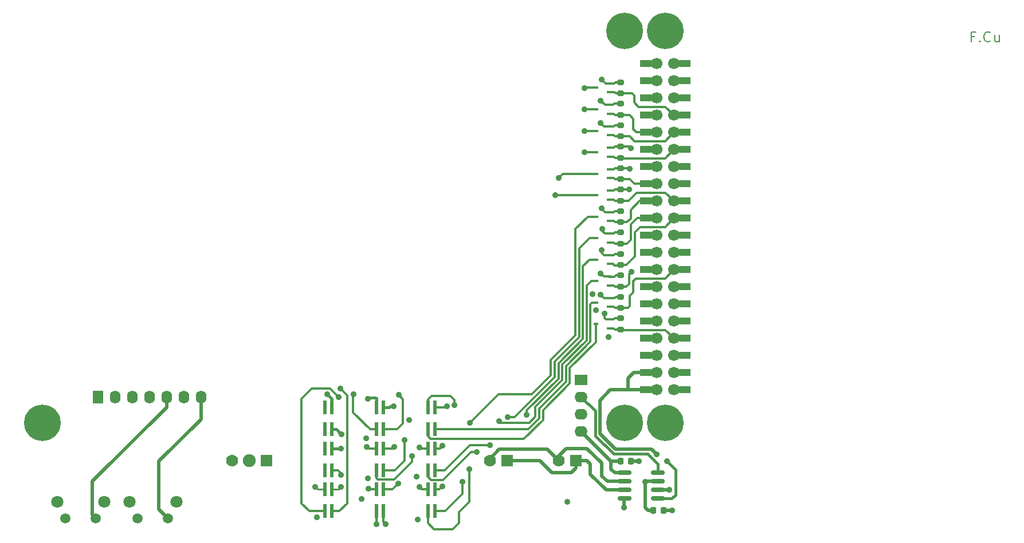
<source format=gbr>
%TF.GenerationSoftware,KiCad,Pcbnew,7.0.9-7.0.9~ubuntu22.04.1*%
%TF.CreationDate,2023-12-22T21:08:23-08:00*%
%TF.ProjectId,NX-IndicatorBoard,4e582d49-6e64-4696-9361-746f72426f61,1*%
%TF.SameCoordinates,Original*%
%TF.FileFunction,Copper,L1,Top*%
%TF.FilePolarity,Positive*%
%FSLAX46Y46*%
G04 Gerber Fmt 4.6, Leading zero omitted, Abs format (unit mm)*
G04 Created by KiCad (PCBNEW 7.0.9-7.0.9~ubuntu22.04.1) date 2023-12-22 21:08:23*
%MOMM*%
%LPD*%
G01*
G04 APERTURE LIST*
G04 Aperture macros list*
%AMRoundRect*
0 Rectangle with rounded corners*
0 $1 Rounding radius*
0 $2 $3 $4 $5 $6 $7 $8 $9 X,Y pos of 4 corners*
0 Add a 4 corners polygon primitive as box body*
4,1,4,$2,$3,$4,$5,$6,$7,$8,$9,$2,$3,0*
0 Add four circle primitives for the rounded corners*
1,1,$1+$1,$2,$3*
1,1,$1+$1,$4,$5*
1,1,$1+$1,$6,$7*
1,1,$1+$1,$8,$9*
0 Add four rect primitives between the rounded corners*
20,1,$1+$1,$2,$3,$4,$5,0*
20,1,$1+$1,$4,$5,$6,$7,0*
20,1,$1+$1,$6,$7,$8,$9,0*
20,1,$1+$1,$8,$9,$2,$3,0*%
G04 Aperture macros list end*
%ADD10C,0.187500*%
%TA.AperFunction,NonConductor*%
%ADD11C,0.187500*%
%TD*%
%TA.AperFunction,SMDPad,CuDef*%
%ADD12RoundRect,0.150000X0.825000X0.150000X-0.825000X0.150000X-0.825000X-0.150000X0.825000X-0.150000X0*%
%TD*%
%TA.AperFunction,SMDPad,CuDef*%
%ADD13RoundRect,0.200000X-0.275000X0.200000X-0.275000X-0.200000X0.275000X-0.200000X0.275000X0.200000X0*%
%TD*%
%TA.AperFunction,SMDPad,CuDef*%
%ADD14R,0.700000X0.450000*%
%TD*%
%TA.AperFunction,SMDPad,CuDef*%
%ADD15RoundRect,0.225000X-0.225000X-0.250000X0.225000X-0.250000X0.225000X0.250000X-0.225000X0.250000X0*%
%TD*%
%TA.AperFunction,ComponentPad*%
%ADD16R,1.778000X1.778000*%
%TD*%
%TA.AperFunction,ComponentPad*%
%ADD17C,1.905000*%
%TD*%
%TA.AperFunction,ComponentPad*%
%ADD18C,1.778000*%
%TD*%
%TA.AperFunction,ComponentPad*%
%ADD19C,1.700000*%
%TD*%
%TA.AperFunction,SMDPad,CuDef*%
%ADD20R,1.780000X1.020000*%
%TD*%
%TA.AperFunction,SMDPad,CuDef*%
%ADD21R,0.550000X2.000000*%
%TD*%
%TA.AperFunction,ComponentPad*%
%ADD22C,1.498600*%
%TD*%
%TA.AperFunction,ComponentPad*%
%ADD23C,1.803400*%
%TD*%
%TA.AperFunction,ComponentPad*%
%ADD24C,5.400000*%
%TD*%
%TA.AperFunction,ComponentPad*%
%ADD25R,1.600200X1.905000*%
%TD*%
%TA.AperFunction,ComponentPad*%
%ADD26O,1.600200X1.905000*%
%TD*%
%TA.AperFunction,ComponentPad*%
%ADD27R,1.905000X1.600200*%
%TD*%
%TA.AperFunction,ComponentPad*%
%ADD28O,1.905000X1.600200*%
%TD*%
%TA.AperFunction,ViaPad*%
%ADD29C,0.889000*%
%TD*%
%TA.AperFunction,Conductor*%
%ADD30C,0.381000*%
%TD*%
%TA.AperFunction,Conductor*%
%ADD31C,0.304800*%
%TD*%
%TA.AperFunction,Conductor*%
%ADD32C,0.508000*%
%TD*%
%TA.AperFunction,Conductor*%
%ADD33C,0.254000*%
%TD*%
G04 APERTURE END LIST*
D10*
D11*
X203672497Y-51852964D02*
X203172497Y-51852964D01*
X203172497Y-52638678D02*
X203172497Y-51138678D01*
X203172497Y-51138678D02*
X203886783Y-51138678D01*
X204458211Y-52495821D02*
X204529640Y-52567250D01*
X204529640Y-52567250D02*
X204458211Y-52638678D01*
X204458211Y-52638678D02*
X204386783Y-52567250D01*
X204386783Y-52567250D02*
X204458211Y-52495821D01*
X204458211Y-52495821D02*
X204458211Y-52638678D01*
X206029640Y-52495821D02*
X205958212Y-52567250D01*
X205958212Y-52567250D02*
X205743926Y-52638678D01*
X205743926Y-52638678D02*
X205601069Y-52638678D01*
X205601069Y-52638678D02*
X205386783Y-52567250D01*
X205386783Y-52567250D02*
X205243926Y-52424392D01*
X205243926Y-52424392D02*
X205172497Y-52281535D01*
X205172497Y-52281535D02*
X205101069Y-51995821D01*
X205101069Y-51995821D02*
X205101069Y-51781535D01*
X205101069Y-51781535D02*
X205172497Y-51495821D01*
X205172497Y-51495821D02*
X205243926Y-51352964D01*
X205243926Y-51352964D02*
X205386783Y-51210107D01*
X205386783Y-51210107D02*
X205601069Y-51138678D01*
X205601069Y-51138678D02*
X205743926Y-51138678D01*
X205743926Y-51138678D02*
X205958212Y-51210107D01*
X205958212Y-51210107D02*
X206029640Y-51281535D01*
X207315355Y-51638678D02*
X207315355Y-52638678D01*
X206672497Y-51638678D02*
X206672497Y-52424392D01*
X206672497Y-52424392D02*
X206743926Y-52567250D01*
X206743926Y-52567250D02*
X206886783Y-52638678D01*
X206886783Y-52638678D02*
X207101069Y-52638678D01*
X207101069Y-52638678D02*
X207243926Y-52567250D01*
X207243926Y-52567250D02*
X207315355Y-52495821D01*
D12*
%TO.P,U1,1,TXD*%
%TO.N,/NX CAN/CAN_TX*%
X156907000Y-120205000D03*
%TO.P,U1,2,V_{SS}*%
%TO.N,GND*%
X156907000Y-118935000D03*
%TO.P,U1,3,V_{DD}*%
%TO.N,/5V*%
X156907000Y-117665000D03*
%TO.P,U1,4,RXD*%
%TO.N,/NX CAN/CAN_RX*%
X156907000Y-116395000D03*
%TO.P,U1,5,V_{IO}*%
%TO.N,/NX CAN/+3V3*%
X151957000Y-116395000D03*
%TO.P,U1,6,CANL*%
%TO.N,/CAN-NX_L-*%
X151957000Y-117665000D03*
%TO.P,U1,7,CANH*%
%TO.N,/CAN-NX_H+*%
X151957000Y-118935000D03*
%TO.P,U1,8,STBY*%
%TO.N,GND*%
X151957000Y-120205000D03*
%TD*%
D13*
%TO.P,R10,1*%
%TO.N,GND*%
X151384000Y-87193000D03*
%TO.P,R10,2*%
%TO.N,/SPI0_MOSI*%
X151384000Y-88843000D03*
%TD*%
D14*
%TO.P,Q1,1,G*%
%TO.N,/GPIO13*%
X149733000Y-60071000D03*
%TO.P,Q1,2,S*%
%TO.N,GND*%
X149733000Y-58771000D03*
%TO.P,Q1,3,D*%
%TO.N,Net-(D8B-Green-K)*%
X147733000Y-59421000D03*
%TD*%
D13*
%TO.P,R7,1*%
%TO.N,GND*%
X151384000Y-77661000D03*
%TO.P,R7,2*%
%TO.N,/SPI1_CS0*%
X151384000Y-79311000D03*
%TD*%
D14*
%TO.P,Q7,1,G*%
%TO.N,/SPI1_CS0*%
X149717000Y-79136000D03*
%TO.P,Q7,2,S*%
%TO.N,GND*%
X149717000Y-77836000D03*
%TO.P,Q7,3,D*%
%TO.N,Net-(D9B-Green-K)*%
X147717000Y-78486000D03*
%TD*%
D15*
%TO.P,C1,1*%
%TO.N,/NX CAN/+3V3*%
X151371000Y-114681000D03*
%TO.P,C1,2*%
%TO.N,GND*%
X152921000Y-114681000D03*
%TD*%
D14*
%TO.P,Q5,1,G*%
%TO.N,/SPI0_CS1*%
X149717000Y-72786000D03*
%TO.P,Q5,2,S*%
%TO.N,GND*%
X149717000Y-71486000D03*
%TO.P,Q5,3,D*%
%TO.N,Net-(D2B-Green-K)*%
X147717000Y-72136000D03*
%TD*%
D16*
%TO.P,J4,1,Pin_1*%
%TO.N,/SYS_RST_RCV_RTN*%
X99060000Y-114554000D03*
D17*
%TO.P,J4,2,Pin_2*%
%TO.N,/UART2_RXD*%
X96520000Y-114554000D03*
D18*
%TO.P,J4,3,Pin_3*%
%TO.N,/UART2_TXD*%
X93980000Y-114554000D03*
%TD*%
D13*
%TO.P,R3,1*%
%TO.N,GND*%
X151384000Y-64961000D03*
%TO.P,R3,2*%
%TO.N,/GPIO11*%
X151384000Y-66611000D03*
%TD*%
D19*
%TO.P,J2,1,Pin_1*%
%TO.N,+3V3*%
X159270000Y-104130000D03*
D20*
X160910000Y-104130000D03*
%TO.P,J2,2,Pin_2*%
%TO.N,/5V*%
X155090000Y-104130000D03*
D19*
X156730000Y-104130000D03*
%TO.P,J2,3,Pin_3*%
%TO.N,/I2C1_SDA*%
X159270000Y-101590000D03*
D20*
X160910000Y-101590000D03*
%TO.P,J2,4,Pin_4*%
%TO.N,/5V*%
X155090000Y-101590000D03*
D19*
X156730000Y-101590000D03*
%TO.P,J2,5,Pin_5*%
%TO.N,/I2C1_SCL*%
X159270000Y-99050000D03*
D20*
X160910000Y-99050000D03*
%TO.P,J2,6,Pin_6*%
%TO.N,GND*%
X155090000Y-99050000D03*
D19*
X156730000Y-99050000D03*
%TO.P,J2,7,Pin_7*%
%TO.N,/GPIO09*%
X159270000Y-96510000D03*
D20*
X160910000Y-96510000D03*
%TO.P,J2,8,Pin_8*%
%TO.N,/UART1_TXD*%
X155090000Y-96510000D03*
D19*
X156730000Y-96510000D03*
%TO.P,J2,9,Pin_9*%
%TO.N,GND*%
X159270000Y-93970000D03*
D20*
X160910000Y-93970000D03*
%TO.P,J2,10,Pin_10*%
%TO.N,/UART1_RXD*%
X155090000Y-93970000D03*
D19*
X156730000Y-93970000D03*
%TO.P,J2,11,Pin_11*%
%TO.N,/UART1_RTS*%
X159270000Y-91430000D03*
D20*
X160910000Y-91430000D03*
%TO.P,J2,12,Pin_12*%
%TO.N,/I2S0_SCLK*%
X155090000Y-91430000D03*
D19*
X156730000Y-91430000D03*
%TO.P,J2,13,Pin_13*%
%TO.N,/SPI1_SCK*%
X159270000Y-88890000D03*
D20*
X160910000Y-88890000D03*
%TO.P,J2,14,Pin_14*%
%TO.N,GND*%
X155090000Y-88890000D03*
D19*
X156730000Y-88890000D03*
%TO.P,J2,15,Pin_15*%
%TO.N,/GPIO12*%
X159270000Y-86350000D03*
D20*
X160910000Y-86350000D03*
%TO.P,J2,16,Pin_16*%
%TO.N,/SPI3_CS1*%
X155090000Y-86350000D03*
D19*
X156730000Y-86350000D03*
%TO.P,J2,17,Pin_17*%
%TO.N,+3V3*%
X159270000Y-83810000D03*
D20*
X160910000Y-83810000D03*
%TO.P,J2,18,Pin_18*%
%TO.N,/SPI3_CS0*%
X155090000Y-83810000D03*
D19*
X156730000Y-83810000D03*
%TO.P,J2,19,Pin_19*%
%TO.N,/SPI0_MOSI*%
X159270000Y-81270000D03*
D20*
X160910000Y-81270000D03*
%TO.P,J2,20,Pin_20*%
%TO.N,GND*%
X155090000Y-81270000D03*
D19*
X156730000Y-81270000D03*
%TO.P,J2,21,Pin_21*%
%TO.N,/SPI0_MISO*%
X159270000Y-78730000D03*
D20*
X160910000Y-78730000D03*
%TO.P,J2,22,Pin_22*%
%TO.N,/SPI1_MISO*%
X155090000Y-78730000D03*
D19*
X156730000Y-78730000D03*
%TO.P,J2,23,Pin_23*%
%TO.N,/SPI0_SCK*%
X159270000Y-76190000D03*
D20*
X160910000Y-76190000D03*
%TO.P,J2,24,Pin_24*%
%TO.N,/SPI1_CS0*%
X155090000Y-76190000D03*
D19*
X156730000Y-76190000D03*
%TO.P,J2,25,Pin_25*%
%TO.N,GND*%
X159270000Y-73650000D03*
D20*
X160910000Y-73650000D03*
%TO.P,J2,26,Pin_26*%
%TO.N,/SPI0_CS1*%
X155090000Y-73650000D03*
D19*
X156730000Y-73650000D03*
%TO.P,J2,27,Pin_27*%
%TO.N,/I2C0_SDA*%
X159270000Y-71110000D03*
D20*
X160910000Y-71110000D03*
%TO.P,J2,28,Pin_28*%
%TO.N,/I2C0_SCL*%
X155090000Y-71110000D03*
D19*
X156730000Y-71110000D03*
%TO.P,J2,29,Pin_29*%
%TO.N,/GPIO01*%
X159270000Y-68570000D03*
D20*
X160910000Y-68570000D03*
%TO.P,J2,30,Pin_30*%
%TO.N,GND*%
X155090000Y-68570000D03*
D19*
X156730000Y-68570000D03*
%TO.P,J2,31,Pin_31*%
%TO.N,/GPIO11*%
X159270000Y-66030000D03*
D20*
X160910000Y-66030000D03*
%TO.P,J2,32,Pin_32*%
%TO.N,/GPIO07*%
X155090000Y-66030000D03*
D19*
X156730000Y-66030000D03*
%TO.P,J2,33,Pin_33*%
%TO.N,/GPIO13*%
X159270000Y-63490000D03*
D20*
X160910000Y-63490000D03*
%TO.P,J2,34,Pin_34*%
%TO.N,GND*%
X155090000Y-63490000D03*
D19*
X156730000Y-63490000D03*
%TO.P,J2,35,Pin_35*%
%TO.N,/I2S0_FS*%
X159270000Y-60950000D03*
D20*
X160910000Y-60950000D03*
%TO.P,J2,36,Pin_36*%
%TO.N,/UART1_CTS*%
X155090000Y-60950000D03*
D19*
X156730000Y-60950000D03*
%TO.P,J2,37,Pin_37*%
%TO.N,/SPI1_MOSI*%
X159270000Y-58410000D03*
D20*
X160910000Y-58410000D03*
%TO.P,J2,38,Pin_38*%
%TO.N,/I2S0_DIN*%
X155090000Y-58410000D03*
D19*
X156730000Y-58410000D03*
%TO.P,J2,39,Pin_39*%
%TO.N,GND*%
X159270000Y-55870000D03*
D20*
X160910000Y-55870000D03*
%TO.P,J2,40,Pin_40*%
%TO.N,/I2S0_DOUT*%
X155090000Y-55870000D03*
D19*
X156730000Y-55870000D03*
%TD*%
D21*
%TO.P,D1,1,RedA*%
%TO.N,unconnected-(D1A-RedA-Pad1)*%
X107679000Y-106756400D03*
%TO.P,D1,2,Red-K*%
%TO.N,unconnected-(D1A-Red-K-Pad2)*%
X107679000Y-109956400D03*
%TO.P,D1,3,Green-A*%
%TO.N,Net-(D1B-Green-A)*%
X108729000Y-106756400D03*
%TO.P,D1,4,Green-K*%
%TO.N,GND*%
X108729000Y-109956400D03*
%TD*%
D14*
%TO.P,Q11,1,G*%
%TO.N,/GPIO12*%
X149717000Y-91836000D03*
%TO.P,Q11,2,S*%
%TO.N,GND*%
X149717000Y-90536000D03*
%TO.P,Q11,3,D*%
%TO.N,Net-(D3B-Green-K)*%
X147717000Y-91186000D03*
%TD*%
D22*
%TO.P,SW1,1,1*%
%TO.N,/SYS_RST_RCV_RTN*%
X69378000Y-123170450D03*
%TO.P,SW1,2,2*%
%TO.N,/~{SYS_RESET}*%
X73878001Y-123170450D03*
D23*
%TO.P,SW1,3*%
%TO.N,N/C*%
X68128001Y-120670574D03*
%TO.P,SW1,4*%
X75128000Y-120670574D03*
%TD*%
D13*
%TO.P,R1,1*%
%TO.N,GND*%
X151384000Y-58611000D03*
%TO.P,R1,2*%
%TO.N,/GPIO13*%
X151384000Y-60261000D03*
%TD*%
D21*
%TO.P,D7,1,RedA*%
%TO.N,Net-(D7A-RedA)*%
X107679000Y-118846800D03*
%TO.P,D7,2,Red-K*%
%TO.N,Net-(D7A-Red-K)*%
X107679000Y-122046800D03*
%TO.P,D7,3,Green-A*%
%TO.N,Net-(D7B-Green-A)*%
X108729000Y-118846800D03*
%TO.P,D7,4,Green-K*%
%TO.N,Net-(D7B-Green-K)*%
X108729000Y-122046800D03*
%TD*%
D14*
%TO.P,Q3,1,G*%
%TO.N,/GPIO11*%
X149717000Y-66436000D03*
%TO.P,Q3,2,S*%
%TO.N,GND*%
X149717000Y-65136000D03*
%TO.P,Q3,3,D*%
%TO.N,Net-(D8A-Red-K)*%
X147717000Y-65786000D03*
%TD*%
D21*
%TO.P,D5,1,RedA*%
%TO.N,Net-(D5A-RedA)*%
X115299000Y-112801600D03*
%TO.P,D5,2,Red-K*%
%TO.N,Net-(D5A-Red-K)*%
X115299000Y-116001600D03*
%TO.P,D5,3,Green-A*%
%TO.N,Net-(D5B-Green-A)*%
X116349000Y-112801600D03*
%TO.P,D5,4,Green-K*%
%TO.N,Net-(D5B-Green-K)*%
X116349000Y-116001600D03*
%TD*%
D14*
%TO.P,Q2,1,G*%
%TO.N,/GPIO07*%
X149717000Y-63261000D03*
%TO.P,Q2,2,S*%
%TO.N,GND*%
X149717000Y-61961000D03*
%TO.P,Q2,3,D*%
%TO.N,Net-(D5B-Green-K)*%
X147717000Y-62611000D03*
%TD*%
D13*
%TO.P,R12,1*%
%TO.N,GND*%
X151384000Y-93536000D03*
%TO.P,R12,2*%
%TO.N,/GPIO09*%
X151384000Y-95186000D03*
%TD*%
D21*
%TO.P,D3,1,RedA*%
%TO.N,Net-(D3A-RedA)*%
X122919000Y-106756400D03*
%TO.P,D3,2,Red-K*%
%TO.N,Net-(D3A-Red-K)*%
X122919000Y-109956400D03*
%TO.P,D3,3,Green-A*%
%TO.N,Net-(D3B-Green-A)*%
X123969000Y-106756400D03*
%TO.P,D3,4,Green-K*%
%TO.N,Net-(D3B-Green-K)*%
X123969000Y-109956400D03*
%TD*%
D14*
%TO.P,Q4,1,G*%
%TO.N,/GPIO01*%
X149717000Y-69611000D03*
%TO.P,Q4,2,S*%
%TO.N,GND*%
X149717000Y-68311000D03*
%TO.P,Q4,3,D*%
%TO.N,Net-(D5A-Red-K)*%
X147717000Y-68961000D03*
%TD*%
D13*
%TO.P,R2,1*%
%TO.N,GND*%
X151384000Y-61786000D03*
%TO.P,R2,2*%
%TO.N,/GPIO07*%
X151384000Y-63436000D03*
%TD*%
D15*
%TO.P,C2,1*%
%TO.N,/5V*%
X156197000Y-121920000D03*
%TO.P,C2,2*%
%TO.N,GND*%
X157747000Y-121920000D03*
%TD*%
D13*
%TO.P,R5,1*%
%TO.N,GND*%
X151384000Y-71311000D03*
%TO.P,R5,2*%
%TO.N,/SPI0_CS1*%
X151384000Y-72961000D03*
%TD*%
D21*
%TO.P,D4,1,RedA*%
%TO.N,unconnected-(D4A-RedA-Pad1)*%
X107679000Y-112801600D03*
%TO.P,D4,2,Red-K*%
%TO.N,unconnected-(D4A-Red-K-Pad2)*%
X107679000Y-116001600D03*
%TO.P,D4,3,Green-A*%
%TO.N,+3V3*%
X108729000Y-112801600D03*
%TO.P,D4,4,Green-K*%
%TO.N,/NX_PC_LED-*%
X108729000Y-116001600D03*
%TD*%
D14*
%TO.P,Q12,1,G*%
%TO.N,/GPIO09*%
X149717000Y-95011000D03*
%TO.P,Q12,2,S*%
%TO.N,GND*%
X149717000Y-93711000D03*
%TO.P,Q12,3,D*%
%TO.N,Net-(D3A-Red-K)*%
X147717000Y-94361000D03*
%TD*%
D13*
%TO.P,R8,1*%
%TO.N,GND*%
X151384000Y-80836000D03*
%TO.P,R8,2*%
%TO.N,/SPI1_MISO*%
X151384000Y-82486000D03*
%TD*%
D21*
%TO.P,D6,1,RedA*%
%TO.N,Net-(D6A-RedA)*%
X122919000Y-112801600D03*
%TO.P,D6,2,Red-K*%
%TO.N,Net-(D6A-Red-K)*%
X122919000Y-116001600D03*
%TO.P,D6,3,Green-A*%
%TO.N,Net-(D6B-Green-A)*%
X123969000Y-112801600D03*
%TO.P,D6,4,Green-K*%
%TO.N,Net-(D6B-Green-K)*%
X123969000Y-116001600D03*
%TD*%
D14*
%TO.P,Q9,1,G*%
%TO.N,/SPI0_MISO*%
X149717000Y-85486000D03*
%TO.P,Q9,2,S*%
%TO.N,GND*%
X149717000Y-84186000D03*
%TO.P,Q9,3,D*%
%TO.N,Net-(D9A-Red-K)*%
X147717000Y-84836000D03*
%TD*%
D24*
%TO.P,H2,1*%
%TO.N,N/C*%
X158000000Y-51000000D03*
%TD*%
D21*
%TO.P,D8,1,RedA*%
%TO.N,Net-(D8A-RedA)*%
X115299000Y-118846800D03*
%TO.P,D8,2,Red-K*%
%TO.N,Net-(D8A-Red-K)*%
X115299000Y-122046800D03*
%TO.P,D8,3,Green-A*%
%TO.N,Net-(D8B-Green-A)*%
X116349000Y-118846800D03*
%TO.P,D8,4,Green-K*%
%TO.N,Net-(D8B-Green-K)*%
X116349000Y-122046800D03*
%TD*%
%TO.P,D2,1,RedA*%
%TO.N,Net-(D2A-RedA)*%
X115299000Y-106756400D03*
%TO.P,D2,2,Red-K*%
%TO.N,Net-(D2A-Red-K)*%
X115299000Y-109956400D03*
%TO.P,D2,3,Green-A*%
%TO.N,Net-(D2B-Green-A)*%
X116349000Y-106756400D03*
%TO.P,D2,4,Green-K*%
%TO.N,Net-(D2B-Green-K)*%
X116349000Y-109956400D03*
%TD*%
D13*
%TO.P,R9,1*%
%TO.N,GND*%
X151384000Y-84011000D03*
%TO.P,R9,2*%
%TO.N,/SPI0_MISO*%
X151384000Y-85661000D03*
%TD*%
D24*
%TO.P,H1,1*%
%TO.N,N/C*%
X152000000Y-51000000D03*
%TD*%
D14*
%TO.P,Q8,1,G*%
%TO.N,/SPI1_MISO*%
X149717000Y-82311000D03*
%TO.P,Q8,2,S*%
%TO.N,GND*%
X149717000Y-81011000D03*
%TO.P,Q8,3,D*%
%TO.N,Net-(D6A-Red-K)*%
X147717000Y-81661000D03*
%TD*%
D24*
%TO.P,H4,1*%
%TO.N,N/C*%
X152000000Y-109000000D03*
%TD*%
D25*
%TO.P,J3,1,Pin_1*%
%TO.N,/NX_PC_LED-*%
X74152000Y-105156000D03*
D26*
%TO.P,J3,2,Pin_2*%
%TO.N,/UART2_RXD*%
X76692000Y-105156000D03*
%TO.P,J3,3,Pin_3*%
%TO.N,/UART2_TXD*%
X79232000Y-105156000D03*
%TO.P,J3,4,Pin_4*%
%TO.N,/SYS_RST_RCV_RTN*%
X81772000Y-105156000D03*
%TO.P,J3,5,Pin_5*%
%TO.N,/~{SYS_RESET}*%
X84312000Y-105156000D03*
%TO.P,J3,6,Pin_6*%
%TO.N,/SYS_RST_RCV_RTN*%
X86852000Y-105156000D03*
%TO.P,J3,7,Pin_7*%
%TO.N,/~{REC}*%
X89392000Y-105156000D03*
%TD*%
D24*
%TO.P,H3,1*%
%TO.N,N/C*%
X66000000Y-109000000D03*
%TD*%
%TO.P,H5,1*%
%TO.N,N/C*%
X158000000Y-109000000D03*
%TD*%
D13*
%TO.P,R11,1*%
%TO.N,GND*%
X151384000Y-90361000D03*
%TO.P,R11,2*%
%TO.N,/GPIO12*%
X151384000Y-92011000D03*
%TD*%
D16*
%TO.P,J5,1,Pin_1*%
%TO.N,/CAN-NX_H+*%
X134620000Y-114554000D03*
D18*
%TO.P,J5,2,Pin_2*%
%TO.N,/CAN-NX_L-*%
X132080000Y-114554000D03*
%TD*%
D21*
%TO.P,D9,1,RedA*%
%TO.N,Net-(D9A-RedA)*%
X122919000Y-118846800D03*
%TO.P,D9,2,Red-K*%
%TO.N,Net-(D9A-Red-K)*%
X122919000Y-122046800D03*
%TO.P,D9,3,Green-A*%
%TO.N,Net-(D9B-Green-A)*%
X123969000Y-118846800D03*
%TO.P,D9,4,Green-K*%
%TO.N,Net-(D9B-Green-K)*%
X123969000Y-122046800D03*
%TD*%
D13*
%TO.P,R6,1*%
%TO.N,GND*%
X151384000Y-74486000D03*
%TO.P,R6,2*%
%TO.N,/SPI0_SCK*%
X151384000Y-76136000D03*
%TD*%
D27*
%TO.P,J1,1,Pin_1*%
%TO.N,/NX CAN/CAN_TX*%
X145542000Y-102616000D03*
D28*
%TO.P,J1,2,Pin_2*%
%TO.N,/NX CAN/CAN_RX*%
X145542000Y-105156000D03*
%TO.P,J1,3,Pin_3*%
%TO.N,GND*%
X145542000Y-107696000D03*
%TO.P,J1,4,Pin_4*%
%TO.N,/NX CAN/+3V3*%
X145542000Y-110236000D03*
%TD*%
D14*
%TO.P,Q6,1,G*%
%TO.N,/SPI0_SCK*%
X149717000Y-75961000D03*
%TO.P,Q6,2,S*%
%TO.N,GND*%
X149717000Y-74661000D03*
%TO.P,Q6,3,D*%
%TO.N,Net-(D2A-Red-K)*%
X147717000Y-75311000D03*
%TD*%
%TO.P,Q10,1,G*%
%TO.N,/SPI0_MOSI*%
X149717000Y-88661000D03*
%TO.P,Q10,2,S*%
%TO.N,GND*%
X149717000Y-87361000D03*
%TO.P,Q10,3,D*%
%TO.N,Net-(D6B-Green-K)*%
X147717000Y-88011000D03*
%TD*%
D13*
%TO.P,R4,1*%
%TO.N,GND*%
X151384000Y-68136000D03*
%TO.P,R4,2*%
%TO.N,/GPIO01*%
X151384000Y-69786000D03*
%TD*%
D22*
%TO.P,SW2,1,1*%
%TO.N,/SYS_RST_RCV_RTN*%
X80046000Y-123170450D03*
%TO.P,SW2,2,2*%
%TO.N,/~{REC}*%
X84546001Y-123170450D03*
D23*
%TO.P,SW2,3*%
%TO.N,N/C*%
X78796001Y-120670574D03*
%TO.P,SW2,4*%
X85796000Y-120670574D03*
%TD*%
D16*
%TO.P,J6,1,Pin_1*%
%TO.N,/CAN-NX_H+*%
X144780000Y-114554000D03*
D18*
%TO.P,J6,2,Pin_2*%
%TO.N,/CAN-NX_L-*%
X142240000Y-114554000D03*
%TD*%
D29*
%TO.N,+3V3*%
X106553000Y-122936000D03*
X114046000Y-117221000D03*
X121412000Y-123317000D03*
X113792000Y-111252000D03*
X110109000Y-112776000D03*
X121285000Y-116967000D03*
X120142000Y-108585000D03*
X113157000Y-120269000D03*
%TO.N,GND*%
X149606000Y-96266000D03*
X159004000Y-121920000D03*
X110147600Y-110669638D03*
X148590000Y-83439000D03*
X158623000Y-118872000D03*
X149047260Y-92865539D03*
X148463000Y-64643000D03*
X148590000Y-77216000D03*
X148463000Y-61341000D03*
X152781000Y-71374000D03*
X148590000Y-58166000D03*
X148463000Y-90043000D03*
X154115000Y-114681000D03*
X148717000Y-80264000D03*
X151892000Y-121539000D03*
X152654000Y-74422000D03*
X143510000Y-120650000D03*
X152908000Y-68326000D03*
X148463000Y-86868000D03*
%TO.N,/5V*%
X156718000Y-113664500D03*
X155067000Y-117729000D03*
%TO.N,/NX CAN/CAN_TX*%
X158242000Y-114681000D03*
%TO.N,/SPI0_MOSI*%
X153035000Y-86614000D03*
%TO.N,/NX_PC_LED-*%
X110109000Y-116713000D03*
%TO.N,Net-(D1B-Green-A)*%
X108077000Y-104775000D03*
%TO.N,Net-(D2A-RedA)*%
X114046000Y-105410000D03*
%TO.N,Net-(D2A-Red-K)*%
X111942808Y-104787200D03*
X141732000Y-75311000D03*
%TO.N,Net-(D2B-Green-A)*%
X117856000Y-106553000D03*
%TO.N,Net-(D2B-Green-K)*%
X142240000Y-72771000D03*
X118604343Y-104851700D03*
%TO.N,Net-(D3A-RedA)*%
X126856958Y-106365173D03*
%TO.N,Net-(D3B-Green-A)*%
X125730000Y-106553000D03*
%TO.N,Net-(D5A-RedA)*%
X113919000Y-112522000D03*
%TO.N,Net-(D5A-Red-K)*%
X146050000Y-68961000D03*
X120611400Y-113919000D03*
%TO.N,Net-(D5B-Green-K)*%
X146050000Y-62611000D03*
X119507000Y-111506000D03*
%TO.N,Net-(D7A-RedA)*%
X106299000Y-118491000D03*
%TO.N,Net-(D7A-Red-K)*%
X147789400Y-92295572D03*
X109728000Y-105156000D03*
%TO.N,Net-(D5B-Green-A)*%
X117983000Y-112522000D03*
%TO.N,Net-(D6A-RedA)*%
X121666000Y-112649000D03*
%TO.N,Net-(D6A-Red-K)*%
X130175000Y-113284000D03*
X134747000Y-108115600D03*
%TO.N,Net-(D6B-Green-A)*%
X125095000Y-112395000D03*
%TO.N,Net-(D6B-Green-K)*%
X133477000Y-108712000D03*
X132080000Y-112268000D03*
%TO.N,Net-(D7B-Green-A)*%
X110109000Y-118491000D03*
%TO.N,Net-(D7B-Green-K)*%
X147230600Y-89916000D03*
X109982000Y-103886000D03*
%TO.N,Net-(D8A-RedA)*%
X114173000Y-118745000D03*
%TO.N,Net-(D8A-Red-K)*%
X115316000Y-123952000D03*
X146050000Y-65786000D03*
%TO.N,Net-(D8B-Green-A)*%
X118517659Y-118015916D03*
%TO.N,Net-(D8B-Green-K)*%
X116713000Y-123990600D03*
X146050000Y-59436000D03*
%TO.N,Net-(D9A-RedA)*%
X121666000Y-118491000D03*
%TO.N,Net-(D9A-Red-K)*%
X137541000Y-107823000D03*
X129032000Y-115824000D03*
%TO.N,Net-(D9B-Green-A)*%
X125095000Y-118364000D03*
%TO.N,Net-(D9B-Green-K)*%
X128016000Y-117729000D03*
X129159000Y-108961600D03*
%TD*%
D30*
%TO.N,+3V3*%
X110083400Y-112801600D02*
X108729000Y-112801600D01*
X110109000Y-112776000D02*
X110083400Y-112801600D01*
D31*
%TO.N,GND*%
X151384000Y-93536000D02*
X150558000Y-93536000D01*
X150495000Y-87376000D02*
X149732000Y-87376000D01*
X150383000Y-77836000D02*
X149717000Y-77836000D01*
X149083000Y-77836000D02*
X148590000Y-77343000D01*
X151384000Y-84011000D02*
X150558000Y-84011000D01*
X150383000Y-68311000D02*
X149717000Y-68311000D01*
X152590000Y-74486000D02*
X152654000Y-74422000D01*
X148956000Y-65136000D02*
X148463000Y-64643000D01*
X149083000Y-81011000D02*
X148717000Y-80645000D01*
X150558000Y-93536000D02*
X150383000Y-93711000D01*
X151384000Y-71311000D02*
X152718000Y-71311000D01*
X150558000Y-84011000D02*
X150383000Y-84186000D01*
X150558000Y-64961000D02*
X150383000Y-65136000D01*
X150558000Y-77661000D02*
X150383000Y-77836000D01*
D32*
X152921000Y-114681000D02*
X154115000Y-114681000D01*
D31*
X148717000Y-80645000D02*
X148717000Y-80264000D01*
X149733000Y-58771000D02*
X149195000Y-58771000D01*
X150495000Y-90551000D02*
X149732000Y-90551000D01*
X149717000Y-61961000D02*
X149083000Y-61961000D01*
X150685000Y-90361000D02*
X150495000Y-90551000D01*
X148956000Y-87361000D02*
X148463000Y-86868000D01*
X150655000Y-58611000D02*
X150495000Y-58771000D01*
X151384000Y-77661000D02*
X150558000Y-77661000D01*
D30*
X109385364Y-109956400D02*
X108729000Y-109956400D01*
D31*
X150558000Y-71311000D02*
X150383000Y-71486000D01*
X149047260Y-92865539D02*
X149047260Y-93548260D01*
D32*
X158560000Y-118935000D02*
X158623000Y-118872000D01*
X151892000Y-120270000D02*
X151957000Y-120205000D01*
D31*
X150558000Y-74486000D02*
X150383000Y-74661000D01*
X149732000Y-87376000D02*
X149717000Y-87361000D01*
X149210000Y-93711000D02*
X149717000Y-93711000D01*
X150383000Y-71486000D02*
X149717000Y-71486000D01*
X149047260Y-93548260D02*
X149210000Y-93711000D01*
X151384000Y-74486000D02*
X150558000Y-74486000D01*
X150383000Y-74661000D02*
X149717000Y-74661000D01*
X149717000Y-81011000D02*
X149083000Y-81011000D01*
X150383000Y-93711000D02*
X149717000Y-93711000D01*
X150383000Y-81011000D02*
X149717000Y-81011000D01*
X148590000Y-77343000D02*
X148590000Y-77216000D01*
X150495000Y-61786000D02*
X151384000Y-61786000D01*
X150383000Y-65136000D02*
X149717000Y-65136000D01*
X151384000Y-90361000D02*
X150685000Y-90361000D01*
X152718000Y-68136000D02*
X152908000Y-68326000D01*
X150495000Y-58771000D02*
X149733000Y-58771000D01*
X149717000Y-61961000D02*
X150320000Y-61961000D01*
X148956000Y-84186000D02*
X148590000Y-83820000D01*
X149732000Y-90551000D02*
X149717000Y-90536000D01*
X150558000Y-68136000D02*
X150383000Y-68311000D01*
X150320000Y-61961000D02*
X150495000Y-61786000D01*
X151384000Y-58611000D02*
X150655000Y-58611000D01*
X149717000Y-65136000D02*
X148956000Y-65136000D01*
X150383000Y-84186000D02*
X149717000Y-84186000D01*
X151384000Y-71311000D02*
X150558000Y-71311000D01*
X149717000Y-87361000D02*
X148956000Y-87361000D01*
D30*
X110147600Y-110669638D02*
X110098602Y-110669638D01*
D31*
X151384000Y-64961000D02*
X150558000Y-64961000D01*
D30*
X110098602Y-110669638D02*
X109385364Y-109956400D01*
D31*
X151384000Y-80836000D02*
X150558000Y-80836000D01*
X151224000Y-58771000D02*
X151384000Y-58611000D01*
X151384000Y-68136000D02*
X152718000Y-68136000D01*
X150558000Y-80836000D02*
X150383000Y-81011000D01*
X149717000Y-77836000D02*
X149083000Y-77836000D01*
X152718000Y-71311000D02*
X152781000Y-71374000D01*
X151384000Y-87193000D02*
X150678000Y-87193000D01*
X149717000Y-90536000D02*
X148956000Y-90536000D01*
X149083000Y-61961000D02*
X148463000Y-61341000D01*
X151384000Y-74486000D02*
X152590000Y-74486000D01*
D32*
X156907000Y-118935000D02*
X158560000Y-118935000D01*
D31*
X148590000Y-83820000D02*
X148590000Y-83439000D01*
X151384000Y-68136000D02*
X150558000Y-68136000D01*
X149717000Y-84186000D02*
X148956000Y-84186000D01*
X150678000Y-87193000D02*
X150495000Y-87376000D01*
X149195000Y-58771000D02*
X148590000Y-58166000D01*
D32*
X151892000Y-121539000D02*
X151892000Y-120270000D01*
D31*
X148956000Y-90536000D02*
X148463000Y-90043000D01*
D32*
X159004000Y-121920000D02*
X157747000Y-121920000D01*
%TO.N,/NX CAN/+3V3*%
X150558000Y-116395000D02*
X151957000Y-116395000D01*
X149987000Y-114681000D02*
X151371000Y-114681000D01*
X149987000Y-115824000D02*
X150558000Y-116395000D01*
X149987000Y-114681000D02*
X149987000Y-115824000D01*
X145542000Y-110236000D02*
X149987000Y-114681000D01*
%TO.N,/5V*%
X155448000Y-121920000D02*
X155067000Y-121539000D01*
X155067000Y-117729000D02*
X155131000Y-117665000D01*
X149870000Y-104130000D02*
X152527000Y-104130000D01*
X155067000Y-121539000D02*
X155067000Y-117729000D01*
X148336000Y-105664000D02*
X149870000Y-104130000D01*
X155956500Y-112903000D02*
X150622000Y-112903000D01*
X153299000Y-101590000D02*
X152527000Y-102362000D01*
X148336000Y-110617000D02*
X148336000Y-105664000D01*
X155131000Y-117665000D02*
X156907000Y-117665000D01*
X155090000Y-101590000D02*
X153299000Y-101590000D01*
X150622000Y-112903000D02*
X148336000Y-110617000D01*
X152527000Y-104130000D02*
X156730000Y-104130000D01*
X156718000Y-113664500D02*
X155956500Y-112903000D01*
X156197000Y-121920000D02*
X155448000Y-121920000D01*
X152527000Y-102362000D02*
X152527000Y-104130000D01*
%TO.N,/CAN-NX_L-*%
X151957000Y-117665000D02*
X149415000Y-117665000D01*
X148590000Y-116840000D02*
X148590000Y-114935000D01*
X132080000Y-114300000D02*
X133477000Y-112903000D01*
X143383000Y-112776000D02*
X142240000Y-113919000D01*
X133477000Y-112903000D02*
X140589000Y-112903000D01*
X140589000Y-112903000D02*
X142240000Y-114554000D01*
X142240000Y-113919000D02*
X142240000Y-114554000D01*
X149415000Y-117665000D02*
X148590000Y-116840000D01*
X148590000Y-114935000D02*
X146431000Y-112776000D01*
X132080000Y-114554000D02*
X132080000Y-114300000D01*
X146431000Y-112776000D02*
X143383000Y-112776000D01*
%TO.N,/CAN-NX_H+*%
X144780000Y-115697000D02*
X144780000Y-114554000D01*
X144145000Y-116332000D02*
X144780000Y-115697000D01*
X139446000Y-114554000D02*
X141224000Y-116332000D01*
X146939000Y-115062000D02*
X146431000Y-114554000D01*
X146939000Y-116586000D02*
X146939000Y-115062000D01*
X146431000Y-114554000D02*
X144780000Y-114554000D01*
X144780000Y-114554000D02*
X144653000Y-114681000D01*
X151957000Y-118935000D02*
X149288000Y-118935000D01*
X134620000Y-114554000D02*
X139446000Y-114554000D01*
X149288000Y-118935000D02*
X146939000Y-116586000D01*
X141224000Y-116332000D02*
X144145000Y-116332000D01*
%TO.N,/~{SYS_RESET}*%
X84312000Y-106696000D02*
X73351497Y-117656503D01*
X73351497Y-117656503D02*
X73351497Y-122643946D01*
X84312000Y-105156000D02*
X84312000Y-106696000D01*
X73351497Y-122643946D02*
X73878001Y-123170450D01*
%TO.N,/~{REC}*%
X89392000Y-105156000D02*
X89392000Y-108474000D01*
X83185000Y-114681000D02*
X83185000Y-121809449D01*
X89392000Y-108474000D02*
X83185000Y-114681000D01*
X83185000Y-121809449D02*
X84546001Y-123170450D01*
D30*
%TO.N,/NX CAN/CAN_TX*%
X158242000Y-114681000D02*
X159512000Y-115951000D01*
X159512000Y-115951000D02*
X159512000Y-119634000D01*
X159512000Y-119634000D02*
X158941000Y-120205000D01*
X158941000Y-120205000D02*
X156907000Y-120205000D01*
%TO.N,/NX CAN/CAN_RX*%
X147637500Y-110906328D02*
X150332672Y-113601500D01*
X145542000Y-105156000D02*
X147637500Y-107251500D01*
X150332672Y-113601500D02*
X155384500Y-113601500D01*
X155384500Y-113601500D02*
X156907000Y-115124000D01*
X147637500Y-107251500D02*
X147637500Y-110906328D01*
X156907000Y-115124000D02*
X156907000Y-116395000D01*
D31*
%TO.N,/GPIO09*%
X150368000Y-94996000D02*
X149732000Y-94996000D01*
X159270000Y-96510000D02*
X158010000Y-95250000D01*
X151384000Y-95186000D02*
X150558000Y-95186000D01*
X149732000Y-94996000D02*
X149717000Y-95011000D01*
X158010000Y-95250000D02*
X151448000Y-95250000D01*
X151448000Y-95250000D02*
X151384000Y-95186000D01*
X150558000Y-95186000D02*
X150368000Y-94996000D01*
%TO.N,/GPIO12*%
X152464000Y-92011000D02*
X151384000Y-92011000D01*
X151384000Y-92011000D02*
X150558000Y-92011000D01*
X157990000Y-87630000D02*
X153670000Y-87630000D01*
X153289000Y-88011000D02*
X153289000Y-89662000D01*
X150383000Y-91836000D02*
X149717000Y-91836000D01*
X150558000Y-92011000D02*
X150383000Y-91836000D01*
X152781000Y-90170000D02*
X152781000Y-91694000D01*
X153670000Y-87630000D02*
X153289000Y-88011000D01*
X153289000Y-89662000D02*
X152781000Y-90170000D01*
X159270000Y-86350000D02*
X157990000Y-87630000D01*
X152781000Y-91694000D02*
X152464000Y-92011000D01*
%TO.N,/SPI0_MOSI*%
X150368000Y-88646000D02*
X149732000Y-88646000D01*
X149732000Y-88646000D02*
X149717000Y-88661000D01*
X152203000Y-88843000D02*
X151384000Y-88843000D01*
X151384000Y-88843000D02*
X150565000Y-88843000D01*
X152654000Y-86995000D02*
X152654000Y-88392000D01*
X152654000Y-88392000D02*
X152203000Y-88843000D01*
X153035000Y-86614000D02*
X152654000Y-86995000D01*
X150565000Y-88843000D02*
X150368000Y-88646000D01*
%TO.N,/SPI0_MISO*%
X159270000Y-78730000D02*
X157990000Y-80010000D01*
X154305000Y-80010000D02*
X153466800Y-80848200D01*
X151384000Y-85661000D02*
X151320000Y-85725000D01*
X153466800Y-84404200D02*
X152210000Y-85661000D01*
X150256000Y-85486000D02*
X149717000Y-85486000D01*
X157990000Y-80010000D02*
X154305000Y-80010000D01*
X153466800Y-80848200D02*
X153466800Y-84404200D01*
X152210000Y-85661000D02*
X151384000Y-85661000D01*
X150495000Y-85725000D02*
X150256000Y-85486000D01*
X151320000Y-85725000D02*
X150495000Y-85725000D01*
%TO.N,/SPI1_MISO*%
X155090000Y-78730000D02*
X153807000Y-78730000D01*
X153807000Y-78730000D02*
X152908000Y-79629000D01*
X152908000Y-81915000D02*
X152337000Y-82486000D01*
X151384000Y-82486000D02*
X150558000Y-82486000D01*
X152908000Y-79629000D02*
X152908000Y-81915000D01*
X152337000Y-82486000D02*
X151384000Y-82486000D01*
X150558000Y-82486000D02*
X150383000Y-82311000D01*
X150383000Y-82311000D02*
X149717000Y-82311000D01*
%TO.N,/SPI0_SCK*%
X151384000Y-76136000D02*
X150558000Y-76136000D01*
X153797000Y-74930000D02*
X158010000Y-74930000D01*
X150368000Y-75946000D02*
X149732000Y-75946000D01*
X149732000Y-75946000D02*
X149717000Y-75961000D01*
X152591000Y-76136000D02*
X153797000Y-74930000D01*
X158010000Y-74930000D02*
X159270000Y-76190000D01*
X151384000Y-76136000D02*
X152591000Y-76136000D01*
X150558000Y-76136000D02*
X150368000Y-75946000D01*
%TO.N,/SPI1_CS0*%
X150558000Y-79311000D02*
X150383000Y-79136000D01*
X155090000Y-76190000D02*
X154188000Y-76190000D01*
X152908000Y-78740000D02*
X152337000Y-79311000D01*
X150383000Y-79136000D02*
X149717000Y-79136000D01*
X151384000Y-79311000D02*
X150558000Y-79311000D01*
X152337000Y-79311000D02*
X151384000Y-79311000D01*
X154188000Y-76190000D02*
X152908000Y-77470000D01*
X152908000Y-77470000D02*
X152908000Y-78740000D01*
%TO.N,/SPI0_CS1*%
X155090000Y-73650000D02*
X153406000Y-73650000D01*
X150383000Y-72786000D02*
X149717000Y-72786000D01*
X151384000Y-72961000D02*
X150558000Y-72961000D01*
X152717000Y-72961000D02*
X151384000Y-72961000D01*
X153406000Y-73650000D02*
X152717000Y-72961000D01*
X150558000Y-72961000D02*
X150383000Y-72786000D01*
%TO.N,/GPIO01*%
X150558000Y-69786000D02*
X150383000Y-69611000D01*
X150383000Y-69611000D02*
X149717000Y-69611000D01*
X157990000Y-69850000D02*
X151448000Y-69850000D01*
X151448000Y-69850000D02*
X151384000Y-69786000D01*
X159270000Y-68570000D02*
X157990000Y-69850000D01*
X151384000Y-69786000D02*
X150558000Y-69786000D01*
%TO.N,/GPIO11*%
X153416000Y-67310000D02*
X157990000Y-67310000D01*
X149717000Y-66436000D02*
X150383000Y-66436000D01*
X157990000Y-67310000D02*
X159270000Y-66030000D01*
X150558000Y-66611000D02*
X151384000Y-66611000D01*
X152717000Y-66611000D02*
X153416000Y-67310000D01*
X151384000Y-66611000D02*
X152717000Y-66611000D01*
X150383000Y-66436000D02*
X150558000Y-66611000D01*
%TO.N,/GPIO07*%
X153787000Y-66030000D02*
X153289000Y-65532000D01*
X152717000Y-63436000D02*
X151384000Y-63436000D01*
X150558000Y-63436000D02*
X150383000Y-63261000D01*
X155090000Y-66030000D02*
X153787000Y-66030000D01*
X151384000Y-63436000D02*
X150558000Y-63436000D01*
X153289000Y-65532000D02*
X153289000Y-64008000D01*
X150383000Y-63261000D02*
X149717000Y-63261000D01*
X153289000Y-64008000D02*
X152717000Y-63436000D01*
%TO.N,/GPIO13*%
X150495000Y-60071000D02*
X149733000Y-60071000D01*
X151384000Y-60261000D02*
X150685000Y-60261000D01*
X158010000Y-62230000D02*
X154051000Y-62230000D01*
X153098000Y-60261000D02*
X151384000Y-60261000D01*
X154051000Y-62230000D02*
X153416000Y-61595000D01*
X153416000Y-60579000D02*
X153098000Y-60261000D01*
X150685000Y-60261000D02*
X150495000Y-60071000D01*
X159270000Y-63490000D02*
X158010000Y-62230000D01*
X153416000Y-61595000D02*
X153416000Y-60579000D01*
%TO.N,/NX_PC_LED-*%
X109651600Y-116001600D02*
X108729000Y-116001600D01*
X110109000Y-116459000D02*
X109651600Y-116001600D01*
X110109000Y-116713000D02*
X110109000Y-116459000D01*
D30*
%TO.N,Net-(D1B-Green-A)*%
X108077000Y-104775000D02*
X108729000Y-105427000D01*
X108729000Y-105427000D02*
X108729000Y-106756400D01*
%TO.N,Net-(D2A-RedA)*%
X114173000Y-105283000D02*
X115189000Y-105283000D01*
X115299000Y-105393000D02*
X115299000Y-106756400D01*
X115189000Y-105283000D02*
X115299000Y-105393000D01*
X114046000Y-105410000D02*
X114173000Y-105283000D01*
D31*
%TO.N,Net-(D2A-Red-K)*%
X111887000Y-107442000D02*
X114401400Y-109956400D01*
X111942808Y-104787200D02*
X111887000Y-104843008D01*
X111887000Y-104843008D02*
X111887000Y-107442000D01*
X147717000Y-75311000D02*
X141732000Y-75311000D01*
X114401400Y-109956400D02*
X115299000Y-109956400D01*
D30*
%TO.N,Net-(D2B-Green-A)*%
X117856000Y-106553000D02*
X117348000Y-106553000D01*
X117144600Y-106756400D02*
X116349000Y-106756400D01*
X117348000Y-106553000D02*
X117144600Y-106756400D01*
D31*
%TO.N,Net-(D2B-Green-K)*%
X142875000Y-72136000D02*
X142240000Y-72771000D01*
X119253000Y-108712000D02*
X119253000Y-108839000D01*
X118604343Y-104851700D02*
X119253000Y-105500357D01*
X147717000Y-72136000D02*
X142875000Y-72136000D01*
X119253000Y-109093000D02*
X118389600Y-109956400D01*
X118389600Y-109956400D02*
X116349000Y-109956400D01*
X119253000Y-108712000D02*
X119253000Y-109093000D01*
X119253000Y-105500357D02*
X119253000Y-108712000D01*
%TO.N,Net-(D3A-RedA)*%
X122919000Y-105554000D02*
X123444000Y-105029000D01*
X126856958Y-105647958D02*
X126856958Y-106365173D01*
X123444000Y-105029000D02*
X126238000Y-105029000D01*
X122919000Y-106756400D02*
X122919000Y-105554000D01*
X126238000Y-105029000D02*
X126856958Y-105647958D01*
%TO.N,Net-(D3A-Red-K)*%
X123317000Y-111379000D02*
X137089524Y-111379000D01*
X137089524Y-111379000D02*
X139928600Y-108539924D01*
X122919000Y-109956400D02*
X122919000Y-110981000D01*
X139928600Y-107100710D02*
X143891000Y-103138310D01*
X143891000Y-103138310D02*
X143891000Y-100852310D01*
X143891000Y-100852310D02*
X147717000Y-97026310D01*
X147717000Y-97026310D02*
X147717000Y-94361000D01*
X139928600Y-108539924D02*
X139928600Y-107100710D01*
X122919000Y-110981000D02*
X123317000Y-111379000D01*
%TO.N,Net-(D3B-Green-A)*%
X123969000Y-106756400D02*
X125526600Y-106756400D01*
D30*
X125730000Y-106553000D02*
X125603000Y-106553000D01*
D31*
X125526600Y-106756400D02*
X125730000Y-106553000D01*
%TO.N,Net-(D3B-Green-K)*%
X139369800Y-108308462D02*
X139369800Y-106869248D01*
X143332200Y-100620848D02*
X146939000Y-97014048D01*
X146939000Y-97014048D02*
X146939000Y-91440000D01*
X147193000Y-91186000D02*
X147717000Y-91186000D01*
X123969000Y-109956400D02*
X137721862Y-109956400D01*
X143332200Y-102906848D02*
X143332200Y-100620848D01*
X146939000Y-91440000D02*
X147193000Y-91186000D01*
X137721862Y-109956400D02*
X139369800Y-108308462D01*
X139369800Y-106869248D02*
X143332200Y-102906848D01*
%TO.N,Net-(D5A-RedA)*%
X115299000Y-112801600D02*
X114198600Y-112801600D01*
X114198600Y-112801600D02*
X113919000Y-112522000D01*
%TO.N,Net-(D5A-Red-K)*%
X115299000Y-117204000D02*
X115299000Y-116001600D01*
X115503000Y-117408000D02*
X115299000Y-117204000D01*
X117923000Y-117408000D02*
X115503000Y-117408000D01*
X120611400Y-114719600D02*
X117923000Y-117408000D01*
X147717000Y-68961000D02*
X146050000Y-68961000D01*
X120611400Y-113919000D02*
X120611400Y-114719600D01*
%TO.N,Net-(D5B-Green-K)*%
X119507000Y-111506000D02*
X119507000Y-114554000D01*
X119507000Y-114554000D02*
X118059400Y-116001600D01*
X118059400Y-116001600D02*
X116349000Y-116001600D01*
X147717000Y-62611000D02*
X146050000Y-62611000D01*
D33*
%TO.N,Net-(D7A-RedA)*%
X106654800Y-118846800D02*
X106299000Y-118491000D01*
X107679000Y-118846800D02*
X106654800Y-118846800D01*
D31*
%TO.N,Net-(D7A-Red-K)*%
X105410000Y-122047000D02*
X107678800Y-122047000D01*
X107678800Y-122047000D02*
X107679000Y-122046800D01*
X108496100Y-103924100D02*
X105752900Y-103924100D01*
X104267000Y-105410000D02*
X104267000Y-120904000D01*
X104267000Y-120904000D02*
X105410000Y-122047000D01*
X109728000Y-105156000D02*
X108496100Y-103924100D01*
X105752900Y-103924100D02*
X104267000Y-105410000D01*
%TO.N,Net-(D5B-Green-A)*%
X116349000Y-112801600D02*
X117703400Y-112801600D01*
X117703400Y-112801600D02*
X117983000Y-112522000D01*
%TO.N,Net-(D6A-RedA)*%
X121818600Y-112801600D02*
X121666000Y-112649000D01*
X122919000Y-112801600D02*
X121818600Y-112801600D01*
%TO.N,Net-(D6A-Red-K)*%
X145262600Y-96319662D02*
X141655800Y-99926462D01*
X122919000Y-117001600D02*
X123357800Y-117440400D01*
X135752662Y-108115600D02*
X134747000Y-108115600D01*
X122919000Y-116001600D02*
X122919000Y-117001600D01*
X141655800Y-99926462D02*
X141655800Y-102212462D01*
X129286000Y-113284000D02*
X130175000Y-113284000D01*
X141655800Y-102212462D02*
X135752662Y-108115600D01*
X125129600Y-117440400D02*
X129286000Y-113284000D01*
X123357800Y-117440400D02*
X125129600Y-117440400D01*
X145262600Y-83210400D02*
X145262600Y-96319662D01*
X147717000Y-81661000D02*
X146812000Y-81661000D01*
X146812000Y-81661000D02*
X145262600Y-83210400D01*
%TO.N,Net-(D6B-Green-A)*%
X124688400Y-112801600D02*
X125095000Y-112395000D01*
X123969000Y-112801600D02*
X124688400Y-112801600D01*
%TO.N,Net-(D6B-Green-K)*%
X138811000Y-108077000D02*
X137922000Y-108966000D01*
X137922000Y-108966000D02*
X133731000Y-108966000D01*
X146380200Y-96782586D02*
X142773400Y-100389386D01*
X147717000Y-88011000D02*
X147066000Y-88011000D01*
X125425400Y-116001600D02*
X129159000Y-112268000D01*
X142773400Y-100389386D02*
X142773400Y-102675386D01*
X142773400Y-102675386D02*
X138811000Y-106637786D01*
X129159000Y-112268000D02*
X132080000Y-112268000D01*
X138811000Y-106637786D02*
X138811000Y-108077000D01*
X146380200Y-88696800D02*
X146380200Y-96782586D01*
X133731000Y-108966000D02*
X133477000Y-108712000D01*
X123969000Y-116001600D02*
X125425400Y-116001600D01*
X147066000Y-88011000D02*
X146380200Y-88696800D01*
D33*
%TO.N,Net-(D7B-Green-A)*%
X108729000Y-118846800D02*
X109753200Y-118846800D01*
X109753200Y-118846800D02*
X110109000Y-118491000D01*
D31*
%TO.N,Net-(D7B-Green-K)*%
X109855000Y-122047000D02*
X108729200Y-122047000D01*
X108729200Y-122047000D02*
X108729000Y-122046800D01*
X110998000Y-120904000D02*
X109855000Y-122047000D01*
X110998000Y-104902000D02*
X110998000Y-120904000D01*
X109982000Y-103886000D02*
X110998000Y-104902000D01*
%TO.N,Net-(D8A-RedA)*%
X115299000Y-118846800D02*
X114274800Y-118846800D01*
X114274800Y-118846800D02*
X114173000Y-118745000D01*
%TO.N,Net-(D8A-Red-K)*%
X147717000Y-65786000D02*
X146050000Y-65786000D01*
X115316000Y-121929000D02*
X115299000Y-121912000D01*
X115299000Y-123935000D02*
X115316000Y-123952000D01*
X115299000Y-122046800D02*
X115299000Y-123935000D01*
%TO.N,Net-(D8B-Green-A)*%
X118517659Y-118015916D02*
X117686775Y-118846800D01*
X117686775Y-118846800D02*
X116349000Y-118846800D01*
%TO.N,Net-(D8B-Green-K)*%
X146065000Y-59421000D02*
X147733000Y-59421000D01*
X116332000Y-121929000D02*
X116349000Y-121912000D01*
X116349000Y-122046800D02*
X116349000Y-123626600D01*
X146050000Y-59436000D02*
X146065000Y-59421000D01*
X116349000Y-123626600D02*
X116713000Y-123990600D01*
%TO.N,Net-(D9A-RedA)*%
X122919000Y-118846800D02*
X122021800Y-118846800D01*
X122021800Y-118846800D02*
X121666000Y-118491000D01*
%TO.N,Net-(D9A-Red-K)*%
X146812000Y-84836000D02*
X147717000Y-84836000D01*
X142214600Y-102443924D02*
X142214600Y-100157924D01*
X137541000Y-107823000D02*
X137541000Y-107117524D01*
X126619000Y-124714000D02*
X127508000Y-123825000D01*
X129032000Y-120650000D02*
X129032000Y-115824000D01*
X145821400Y-96551124D02*
X145821400Y-85826600D01*
X142214600Y-100157924D02*
X145821400Y-96551124D01*
X127508000Y-123825000D02*
X127508000Y-122174000D01*
X127508000Y-122174000D02*
X129032000Y-120650000D01*
X123825000Y-124714000D02*
X126619000Y-124714000D01*
X122919000Y-123808000D02*
X123825000Y-124714000D01*
X137541000Y-107117524D02*
X142214600Y-102443924D01*
X122919000Y-122046800D02*
X122919000Y-123808000D01*
X145821400Y-85826600D02*
X146812000Y-84836000D01*
%TO.N,Net-(D9B-Green-A)*%
X124612200Y-118846800D02*
X125095000Y-118364000D01*
X123969000Y-118846800D02*
X124612200Y-118846800D01*
%TO.N,Net-(D9B-Green-K)*%
X138303000Y-104775000D02*
X133345600Y-104775000D01*
X141097000Y-101981000D02*
X138303000Y-104775000D01*
X144703800Y-80340200D02*
X144703800Y-96088200D01*
X147717000Y-78486000D02*
X146558000Y-78486000D01*
X125476000Y-122047000D02*
X128016000Y-119507000D01*
X125475800Y-122046800D02*
X125476000Y-122047000D01*
X146558000Y-78486000D02*
X144703800Y-80340200D01*
X133345600Y-104775000D02*
X129159000Y-108961600D01*
X128016000Y-119507000D02*
X128016000Y-117729000D01*
X144703800Y-96088200D02*
X141097000Y-99695000D01*
X141097000Y-99695000D02*
X141097000Y-101981000D01*
X123969000Y-122046800D02*
X125475800Y-122046800D01*
%TD*%
M02*

</source>
